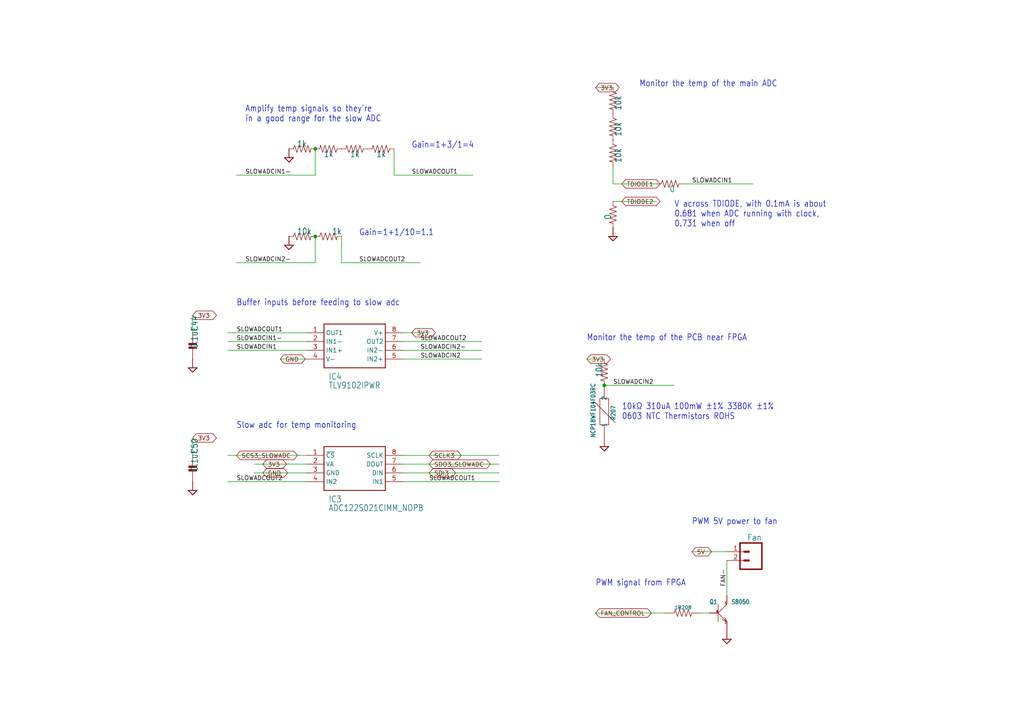
<source format=kicad_sch>
(kicad_sch (version 20231120) (generator "eeschema") (generator_version "8.0")
  (paper "A4")
  (lib_symbols
    (symbol "haasoscope_pro_adc_fpga_board-eagle-import:ADC122S021CIMM_NOPB"
      (property "Reference" "IC" (at 24.13 7.62 0))
      (symbol "ADC122S021CIMM_NOPB_1_0"
        (polyline (pts (xy 5.08 2.54) (xy 5.08 -10.16)) (stroke (width 0.254)))
        (polyline (pts (xy 5.08 2.54) (xy 22.86 2.54)) (stroke (width 0.254)))
        (polyline (pts (xy 22.86 -10.16) (xy 5.08 -10.16)) (stroke (width 0.254)))
        (polyline (pts (xy 22.86 -10.16) (xy 22.86 2.54)) (stroke (width 0.254)))
        (pin input line (at 0 0 0) (length 5.08) (name "~{CS}") (number "1"))
        (pin bidirectional line (at 0 -2.54 0) (length 5.08) (name "VA") (number "2"))
        (pin power_in line (at 0 -5.08 0) (length 5.08) (name "GND") (number "3"))
        (pin input line (at 0 -7.62 0) (length 5.08) (name "IN2") (number "4"))
        (pin input line (at 27.94 -7.62 180) (length 5.08) (name "IN1") (number "5"))
        (pin input line (at 27.94 -5.08 180) (length 5.08) (name "DIN") (number "6"))
        (pin output line (at 27.94 -2.54 180) (length 5.08) (name "DOUT") (number "7"))
        (pin input line (at 27.94 0 180) (length 5.08) (name "SCLK") (number "8"))
      )
    )
    (symbol "haasoscope_pro_adc_fpga_board-eagle-import:CAPACITOR0402_CAP"
      (property "Reference" "C" (at -1.27 -1.27 90))
      (symbol "CAPACITOR0402_CAP_1_0"
        (rectangle (start -1.143 -2.032) (end 1.143 -1.524) (fill (type outline)))
        (rectangle (start -1.143 -1.016) (end 1.143 -0.508) (fill (type outline)))
        (polyline (pts (xy 0 -5.08) (xy 0 -1.778)) (stroke (width 0.1524)))
        (polyline (pts (xy 0 2.54) (xy 0 -0.508)) (stroke (width 0.1524)))
        (pin bidirectional line (at 0 2.54 270) (length 0) (name "1") (number "1"))
        (pin bidirectional line (at 0 -5.08 90) (length 0) (name "2") (number "2"))
      )
    )
    (symbol "haasoscope_pro_adc_fpga_board-eagle-import:M02PTH"
      (property "Reference" "J" (at -2.54 5.842 0))
      (symbol "M02PTH_1_0"
        (polyline (pts (xy -2.54 5.08) (xy -2.54 -2.54)) (stroke (width 0.4064)))
        (polyline (pts (xy -2.54 5.08) (xy 3.81 5.08)) (stroke (width 0.4064)))
        (polyline (pts (xy 1.27 0) (xy 2.54 0)) (stroke (width 0.6096)))
        (polyline (pts (xy 1.27 2.54) (xy 2.54 2.54)) (stroke (width 0.6096)))
        (polyline (pts (xy 3.81 -2.54) (xy -2.54 -2.54)) (stroke (width 0.4064)))
        (polyline (pts (xy 3.81 -2.54) (xy 3.81 5.08)) (stroke (width 0.4064)))
        (pin passive line (at 7.62 0 180) (length 5.08) (name "1") (number "1"))
        (pin passive line (at 7.62 2.54 180) (length 5.08) (name "2") (number "2"))
      )
    )
    (symbol "haasoscope_pro_adc_fpga_board-eagle-import:MF_Passives_RESISTOR_0402"
      (property "Reference" "R" (at 2.54 1.524 0))
      (symbol "MF_Passives_RESISTOR_0402_1_0"
        (polyline (pts (xy -1.016 -2.286) (xy 0 -2.54)) (stroke (width 0.1524)))
        (polyline (pts (xy -1.016 -1.016) (xy 1.016 -1.651)) (stroke (width 0.1524)))
        (polyline (pts (xy -1.016 0.254) (xy 1.016 -0.381)) (stroke (width 0.1524)))
        (polyline (pts (xy -1.016 1.524) (xy 1.016 0.889)) (stroke (width 0.1524)))
        (polyline (pts (xy 0 2.54) (xy 1.016 2.159)) (stroke (width 0.1524)))
        (polyline (pts (xy 1.016 -1.651) (xy -1.016 -2.286)) (stroke (width 0.1524)))
        (polyline (pts (xy 1.016 -0.381) (xy -1.016 -1.016)) (stroke (width 0.1524)))
        (polyline (pts (xy 1.016 0.889) (xy -1.016 0.254)) (stroke (width 0.1524)))
        (polyline (pts (xy 1.016 2.159) (xy -1.016 1.524)) (stroke (width 0.1524)))
        (pin passive line (at 0 5.08 270) (length 2.54) (name "P$1") (number "P$1"))
        (pin passive line (at 0 -5.08 90) (length 2.54) (name "P$2") (number "P$2"))
      )
    )
    (symbol "haasoscope_pro_adc_fpga_board-eagle-import:RESISTOR0402_RES"
      (property "Reference" "R" (at -3.81 1.4986 0))
      (symbol "RESISTOR0402_RES_1_0"
        (polyline (pts (xy -5.08 0) (xy -3.81 0)) (stroke (width 0.127)))
        (polyline (pts (xy -3.81 0) (xy -3.429 1.016)) (stroke (width 0.1524)))
        (polyline (pts (xy -3.429 1.016) (xy -2.794 -1.016)) (stroke (width 0.1524)))
        (polyline (pts (xy -2.794 -1.016) (xy -2.159 1.016)) (stroke (width 0.1524)))
        (polyline (pts (xy -2.159 1.016) (xy -1.524 -1.016)) (stroke (width 0.1524)))
        (polyline (pts (xy -1.524 -1.016) (xy -0.889 1.016)) (stroke (width 0.1524)))
        (polyline (pts (xy -0.889 1.016) (xy -0.254 -1.016)) (stroke (width 0.1524)))
        (polyline (pts (xy -0.254 -1.016) (xy 0.381 1.016)) (stroke (width 0.1524)))
        (polyline (pts (xy 0.381 1.016) (xy 1.016 -1.016)) (stroke (width 0.1524)))
        (polyline (pts (xy 1.016 -1.016) (xy 1.27 0)) (stroke (width 0.1524)))
        (polyline (pts (xy 2.54 0) (xy 1.27 0)) (stroke (width 0.127)))
        (pin passive line (at -5.08 0 0) (length 0) (name "1") (number "1"))
        (pin passive line (at 2.54 0 180) (length 0) (name "2") (number "2"))
      )
    )
    (symbol "haasoscope_pro_adc_fpga_board-eagle-import:SMD-TRANSISTORS-NPN-25V-500MW-S8050(SOT-23)"
      (property "Reference" "Q" (at -2.54 2.54 0))
      (symbol "SMD-TRANSISTORS-NPN-25V-500MW-S8050(SOT-23)_1_0"
        (polyline (pts (xy 0 -2.54) (xy 0 0)) (stroke (width 0.1524)))
        (polyline (pts (xy 0 0) (xy 0 2.54)) (stroke (width 0.1524)))
        (polyline (pts (xy 0 0) (xy 2.54 -2.54)) (stroke (width 0.1524)))
        (polyline (pts (xy 0 0) (xy 2.54 2.54)) (stroke (width 0.1524)))
        (polyline (pts (xy 2.54 -2.54) (xy 1.27 -1.905)) (stroke (width 0.1524)))
        (polyline (pts (xy 2.54 -2.54) (xy 1.905 -1.27)) (stroke (width 0.1524)))
        (text "B" (at -0.635 0 0) (effects (font (size 0.635 0.5397)) (justify left bottom)))
        (text "C" (at 1.905 2.54 0) (effects (font (size 0.635 0.5397)) (justify left bottom)))
        (text "E" (at 1.905 -3.175 0) (effects (font (size 0.635 0.5397)) (justify left bottom)))
        (pin passive line (at -2.54 0 0) (length 2.54) (name "B") (number "1"))
        (pin passive line (at 2.54 -5.08 90) (length 2.54) (name "E") (number "2"))
        (pin passive line (at 2.54 5.08 270) (length 2.54) (name "C") (number "3"))
      )
    )
    (symbol "haasoscope_pro_adc_fpga_board-eagle-import:THERMISTOR-RES-NTC-100K(0603)"
      (property "Reference" "R" (at -6.35 2.54 0))
      (symbol "THERMISTOR-RES-NTC-100K(0603)_1_0"
        (polyline (pts (xy -5.08 0) (xy -3.81 0)) (stroke (width 0.1524)))
        (polyline (pts (xy -3.81 -1.27) (xy -3.81 0)) (stroke (width 0.1524)))
        (polyline (pts (xy -3.81 0) (xy -3.81 1.27)) (stroke (width 0.1524)))
        (polyline (pts (xy -3.81 1.27) (xy 3.81 1.27)) (stroke (width 0.1524)))
        (polyline (pts (xy 2.54 2.54) (xy -3.175 -3.175)) (stroke (width 0.1524)))
        (polyline (pts (xy 2.54 3.81) (xy 2.54 2.54)) (stroke (width 0.1524)))
        (polyline (pts (xy 3.81 -1.27) (xy -3.81 -1.27)) (stroke (width 0.1524)))
        (polyline (pts (xy 3.81 0) (xy 3.81 -1.27)) (stroke (width 0.1524)))
        (polyline (pts (xy 3.81 1.27) (xy 3.81 0)) (stroke (width 0.1524)))
        (polyline (pts (xy 5.08 0) (xy 3.81 0)) (stroke (width 0.1524)))
        (pin bidirectional line (at -7.62 0 0) (length 2.54) (name "1") (number "1"))
        (pin bidirectional line (at 7.62 0 180) (length 2.54) (name "2") (number "2"))
      )
    )
    (symbol "haasoscope_pro_adc_fpga_board-eagle-import:TLV9102IPWR"
      (property "Reference" "IC" (at 24.13 7.62 0))
      (symbol "TLV9102IPWR_1_0"
        (polyline (pts (xy 5.08 2.54) (xy 5.08 -10.16)) (stroke (width 0.254)))
        (polyline (pts (xy 5.08 2.54) (xy 22.86 2.54)) (stroke (width 0.254)))
        (polyline (pts (xy 22.86 -10.16) (xy 5.08 -10.16)) (stroke (width 0.254)))
        (polyline (pts (xy 22.86 -10.16) (xy 22.86 2.54)) (stroke (width 0.254)))
        (pin bidirectional line (at 0 0 0) (length 5.08) (name "OUT1") (number "1"))
        (pin bidirectional line (at 0 -2.54 0) (length 5.08) (name "IN1-") (number "2"))
        (pin bidirectional line (at 0 -5.08 0) (length 5.08) (name "IN1+") (number "3"))
        (pin bidirectional line (at 0 -7.62 0) (length 5.08) (name "V-") (number "4"))
        (pin bidirectional line (at 27.94 -7.62 180) (length 5.08) (name "IN2+") (number "5"))
        (pin bidirectional line (at 27.94 -5.08 180) (length 5.08) (name "IN2-") (number "6"))
        (pin bidirectional line (at 27.94 -2.54 180) (length 5.08) (name "OUT2") (number "7"))
        (pin bidirectional line (at 27.94 0 180) (length 5.08) (name "V+") (number "8"))
      )
    )
    (symbol "haasoscope_pro_adc_fpga_board-eagle-import:supply2_GND" (power)
      (symbol "supply2_GND_1_0"
        (polyline (pts (xy -1.27 0) (xy 1.27 0)) (stroke (width 0.254)))
        (polyline (pts (xy 0 -1.27) (xy -1.27 0)) (stroke (width 0.254)))
        (polyline (pts (xy 1.27 0) (xy 0 -1.27)) (stroke (width 0.254)))
        (pin power_in line (at 0 2.54 270) (length 2.54) (name "GND") (number "1"))
      )
    )
  )
  (junction (at 91.44 68.58))
  (junction (at 175.26 111.76))
  (junction (at 91.44 43.18))
  (wire (pts (xy 139.7 104.14) (xy 116.84 104.14)) (stroke (width 0.1524)))
  (wire (pts (xy 203.2 177.8) (xy 205.74 177.8)) (stroke (width 0.1524)))
  (wire (pts (xy 116.84 99.06) (xy 139.7 99.06)) (stroke (width 0.1524)))
  (wire (pts (xy 88.9 137.16) (xy 73.66 137.16)) (stroke (width 0.1524)))
  (wire (pts (xy 172.72 25.4) (xy 177.8 25.4)) (stroke (width 0.1524)))
  (wire (pts (xy 177.8 58.42) (xy 190.5 58.42)) (stroke (width 0.1524)))
  (wire (pts (xy 210.82 160.02) (xy 200.66 160.02)) (stroke (width 0.1524)))
  (wire (pts (xy 114.3 50.8) (xy 137.16 50.8)) (stroke (width 0.1524)))
  (wire (pts (xy 88.9 134.62) (xy 73.66 134.62)) (stroke (width 0.1524)))
  (wire (pts (xy 198.12 53.34) (xy 218.44 53.34)) (stroke (width 0.1524)))
  (wire (pts (xy 210.82 162.56) (xy 210.82 172.72)) (stroke (width 0.1524)))
  (wire (pts (xy 175.26 104.14) (xy 170.18 104.14)) (stroke (width 0.1524)))
  (wire (pts (xy 91.44 50.8) (xy 68.58 50.8)) (stroke (width 0.1524)))
  (wire (pts (xy 177.8 53.34) (xy 190.5 53.34)) (stroke (width 0.1524)))
  (wire (pts (xy 91.44 68.58) (xy 91.44 76.2)) (stroke (width 0.1524)))
  (wire (pts (xy 91.44 43.18) (xy 91.44 50.8)) (stroke (width 0.1524)))
  (wire (pts (xy 116.84 139.7) (xy 144.78 139.7)) (stroke (width 0.1524)))
  (wire (pts (xy 114.3 50.8) (xy 114.3 43.18)) (stroke (width 0.1524)))
  (wire (pts (xy 88.9 99.06) (xy 66.04 99.06)) (stroke (width 0.1524)))
  (wire (pts (xy 88.9 132.08) (xy 66.04 132.08)) (stroke (width 0.1524)))
  (wire (pts (xy 55.88 132.08) (xy 55.88 127)) (stroke (width 0.1524)))
  (wire (pts (xy 88.9 101.6) (xy 66.04 101.6)) (stroke (width 0.1524)))
  (wire (pts (xy 99.06 68.58) (xy 99.06 76.2)) (stroke (width 0.1524)))
  (wire (pts (xy 91.44 76.2) (xy 68.58 76.2)) (stroke (width 0.1524)))
  (wire (pts (xy 88.9 104.14) (xy 81.28 104.14)) (stroke (width 0.1524)))
  (wire (pts (xy 116.84 132.08) (xy 144.78 132.08)) (stroke (width 0.1524)))
  (wire (pts (xy 88.9 96.52) (xy 66.04 96.52)) (stroke (width 0.1524)))
  (wire (pts (xy 177.8 53.34) (xy 177.8 48.26)) (stroke (width 0.1524)))
  (wire (pts (xy 124.46 96.52) (xy 116.84 96.52)) (stroke (width 0.1524)))
  (wire (pts (xy 116.84 137.16) (xy 144.78 137.16)) (stroke (width 0.1524)))
  (wire (pts (xy 88.9 139.7) (xy 66.04 139.7)) (stroke (width 0.1524)))
  (wire (pts (xy 116.84 101.6) (xy 139.7 101.6)) (stroke (width 0.1524)))
  (wire (pts (xy 175.26 111.76) (xy 195.58 111.76)) (stroke (width 0.1524)))
  (wire (pts (xy 99.06 76.2) (xy 121.92 76.2)) (stroke (width 0.1524)))
  (wire (pts (xy 116.84 134.62) (xy 144.78 134.62)) (stroke (width 0.1524)))
  (wire (pts (xy 55.88 96.52) (xy 55.88 91.44)) (stroke (width 0.1524)))
  (wire (pts (xy 193.04 177.8) (xy 172.72 177.8)) (stroke (width 0.1524)))
  (text "V across TDIODE, with 0.1mA is about\n0.681 when ADC running with clock,\n0.731 when off" (at 195.58 66.04 0) (effects (font (size 1.778 1.5113)) (justify left bottom)))
  (text "Slow adc for temp monitoring" (at 68.58 124.46 0) (effects (font (size 1.778 1.5113)) (justify left bottom)))
  (text "Monitor the temp of the PCB near FPGA" (at 170.18 99.06 0) (effects (font (size 1.778 1.5113)) (justify left bottom)))
  (text "PWM signal from FPGA" (at 172.72 170.18 0) (effects (font (size 1.778 1.5113)) (justify left bottom)))
  (text "Buffer inputs before feeding to slow adc" (at 68.58 88.9 0) (effects (font (size 1.778 1.5113)) (justify left bottom)))
  (text "10kΩ 310uA 100mW ±1% 3380K ±1%\n0603 NTC Thermistors ROHS" (at 180.34 121.92 0) (effects (font (size 1.778 1.5113)) (justify left bottom)))
  (text "Monitor the temp of the main ADC" (at 185.42 25.4 0) (effects (font (size 1.778 1.5113)) (justify left bottom)))
  (text "PWM 5V power to fan" (at 200.66 152.4 0) (effects (font (size 1.778 1.5113)) (justify left bottom)))
  (text "Gain=1+3/1=4" (at 119.38 43.18 0) (effects (font (size 1.778 1.5113)) (justify left bottom)))
  (text "Gain=1+1/10=1.1" (at 104.14 68.58 0) (effects (font (size 1.778 1.5113)) (justify left bottom)))
  (text "Amplify temp signals so they're\nin a good range for the slow ADC" (at 71.12 35.56 0) (effects (font (size 1.778 1.5113)) (justify left bottom)))
  (label "SLOWADCIN2" (at 121.92 104.14 0) (effects (font (size 1.2446 1.2446))))
  (label "SLOWADCIN1" (at 200.66 53.34 0) (effects (font (size 1.2446 1.2446))))
  (label "SLOWADCOUT2" (at 121.92 99.06 0) (effects (font (size 1.2446 1.2446))))
  (label "SLOWADCOUT1" (at 68.58 96.52 0) (effects (font (size 1.2446 1.2446))))
  (label "SLOWADCIN1-" (at 68.58 99.06 0) (effects (font (size 1.2446 1.2446))))
  (label "SLOWADCIN2-" (at 71.12 76.2 0) (effects (font (size 1.2446 1.2446))))
  (label "SLOWADCOUT2" (at 68.58 139.7 0) (effects (font (size 1.2446 1.2446))))
  (label "SLOWADCIN1-" (at 71.12 50.8 0) (effects (font (size 1.2446 1.2446))))
  (label "SLOWADCIN2" (at 177.8 111.76 0) (effects (font (size 1.2446 1.2446))))
  (label "SLOWADCIN2-" (at 121.92 101.6 0) (effects (font (size 1.2446 1.2446))))
  (label "SLOWADCOUT1" (at 119.38 50.8 0) (effects (font (size 1.2446 1.2446))))
  (label "FAN-" (at 210.82 170.18 90) (effects (font (size 1.2446 1.2446))))
  (label "SLOWADCIN1" (at 68.58 101.6 0) (effects (font (size 1.2446 1.2446))))
  (label "SLOWADCOUT2" (at 104.14 76.2 0) (effects (font (size 1.2446 1.2446))))
  (label "SLOWADCOUT1" (at 124.46 139.7 0) (effects (font (size 1.2446 1.2446))))
  (global_label "TDIODE2" (shape bidirectional) (at 180.34 58.42 0) (effects (font (size 1.2446 1.2446))) (property "Intersheetrefs" "${INTERSHEET_REFS}" (effects (hide yes))))
  (global_label "3V3" (shape bidirectional) (at 55.88 127 0) (effects (font (size 1.2446 1.2446))) (property "Intersheetrefs" "${INTERSHEET_REFS}" (effects (hide yes))))
  (global_label "3V3" (shape bidirectional) (at 119.38 96.52 0) (effects (font (size 1.2446 1.2446))) (property "Intersheetrefs" "${INTERSHEET_REFS}" (effects (hide yes))))
  (global_label "3V3" (shape bidirectional) (at 76.2 134.62 0) (effects (font (size 1.2446 1.2446))) (property "Intersheetrefs" "${INTERSHEET_REFS}" (effects (hide yes))))
  (global_label "3V3" (shape bidirectional) (at 170.18 104.14 0) (effects (font (size 1.2446 1.2446))) (property "Intersheetrefs" "${INTERSHEET_REFS}" (effects (hide yes))))
  (global_label "5V" (shape bidirectional) (at 200.66 160.02 0) (effects (font (size 1.2446 1.2446))) (property "Intersheetrefs" "${INTERSHEET_REFS}" (effects (hide yes))))
  (global_label "TDIODE1" (shape bidirectional) (at 180.34 53.34 0) (effects (font (size 1.2446 1.2446))) (property "Intersheetrefs" "${INTERSHEET_REFS}" (effects (hide yes))))
  (global_label "SCS3_SLOWADC" (shape bidirectional) (at 68.58 132.08 0) (effects (font (size 1.2446 1.2446))) (property "Intersheetrefs" "${INTERSHEET_REFS}" (effects (hide yes))))
  (global_label "GND" (shape bidirectional) (at 76.2 137.16 0) (effects (font (size 1.2446 1.2446))) (property "Intersheetrefs" "${INTERSHEET_REFS}" (effects (hide yes))))
  (global_label "SCLK3" (shape bidirectional) (at 124.46 132.08 0) (effects (font (size 1.2446 1.2446))) (property "Intersheetrefs" "${INTERSHEET_REFS}" (effects (hide yes))))
  (global_label "3V3" (shape bidirectional) (at 172.72 25.4 0) (effects (font (size 1.2446 1.2446))) (property "Intersheetrefs" "${INTERSHEET_REFS}" (effects (hide yes))))
  (global_label "FAN_CONTROL" (shape bidirectional) (at 172.72 177.8 0) (effects (font (size 1.2446 1.2446))) (property "Intersheetrefs" "${INTERSHEET_REFS}" (effects (hide yes))))
  (global_label "SDO3_SLOWADC" (shape bidirectional) (at 124.46 134.62 0) (effects (font (size 1.2446 1.2446))) (property "Intersheetrefs" "${INTERSHEET_REFS}" (effects (hide yes))))
  (global_label "SDI3" (shape bidirectional) (at 124.46 137.16 0) (effects (font (size 1.2446 1.2446))) (property "Intersheetrefs" "${INTERSHEET_REFS}" (effects (hide yes))))
  (global_label "3V3" (shape bidirectional) (at 55.88 91.44 0) (effects (font (size 1.2446 1.2446))) (property "Intersheetrefs" "${INTERSHEET_REFS}" (effects (hide yes))))
  (global_label "GND" (shape bidirectional) (at 81.28 104.14 0) (effects (font (size 1.2446 1.2446))) (property "Intersheetrefs" "${INTERSHEET_REFS}" (effects (hide yes))))
  (symbol (lib_id "haasoscope_pro_adc_fpga_board-eagle-import:RESISTOR0402_RES") (at 195.58 53.34 0) (unit 1)
    (property "Reference" "R129" (effects (hide yes)))
    (property "Value" "0" (at 195.834 53.848 0) (effects (font (size 1.778 1.5113)) (justify right top)))
    (property "Footprint" "haasoscope_pro_adc_fpga_board:0402_RES" (effects (hide yes)))
  )
  (symbol (lib_id "haasoscope_pro_adc_fpga_board-eagle-import:RESISTOR0402_RES") (at 177.8 63.5 270) (unit 1)
    (property "Reference" "R128" (effects (hide yes)))
    (property "Value" "0" (at 177.292 63.754 0) (effects (font (size 1.778 1.5113)) (justify right top)))
    (property "Footprint" "haasoscope_pro_adc_fpga_board:0402_RES" (effects (hide yes)))
  )
  (symbol (lib_id "haasoscope_pro_adc_fpga_board-eagle-import:ADC122S021CIMM_NOPB") (at 88.9 132.08 0) (unit 1)
    (property "Reference" "IC3" (at 95.25 144.78 0) (effects (font (size 1.778 1.5113)) (justify left)))
    (property "Value" "ADC122S021CIMM_NOPB" (at 95.25 147.32 0) (effects (font (size 1.778 1.5113)) (justify left)))
    (property "Footprint" "haasoscope_pro_adc_fpga_board:SOP65P490X110-8N" (effects (hide yes)))
  )
  (symbol (lib_id "haasoscope_pro_adc_fpga_board-eagle-import:M02PTH") (at 218.44 160.02 180) (unit 1)
    (property "Reference" "JST_FAN0" (effects (hide yes)))
    (property "Value" "Fan" (at 220.98 154.94 0) (effects (font (size 1.778 1.5113)) (justify left bottom)))
    (property "Footprint" "haasoscope_pro_adc_fpga_board:1X02" (effects (hide yes)))
  )
  (symbol (lib_id "haasoscope_pro_adc_fpga_board-eagle-import:RESISTOR0402_RES") (at 175.26 109.22 270) (unit 1)
    (property "Reference" "R130" (effects (hide yes)))
    (property "Value" "10k" (at 174.752 109.474 0) (effects (font (size 1.778 1.5113)) (justify right top)))
    (property "Footprint" "haasoscope_pro_adc_fpga_board:0402_RES" (effects (hide yes)))
  )
  (symbol (lib_id "haasoscope_pro_adc_fpga_board-eagle-import:RESISTOR0402_RES") (at 177.8 30.48 270) (unit 1)
    (property "Reference" "R127" (effects (hide yes)))
    (property "Value" "10k" (at 178.308 27.686 0) (effects (font (size 1.778 1.5113)) (justify left bottom)))
    (property "Footprint" "haasoscope_pro_adc_fpga_board:0402_RES" (effects (hide yes)))
  )
  (symbol (lib_id "haasoscope_pro_adc_fpga_board-eagle-import:supply2_GND") (at 55.88 106.68 0) (unit 1)
    (property "Reference" "#SUPPLY061" (effects (hide yes)))
    (property "Value" "GND" (effects (hide yes)))
  )
  (symbol (lib_id "haasoscope_pro_adc_fpga_board-eagle-import:RESISTOR0402_RES") (at 177.8 45.72 270) (unit 1)
    (property "Reference" "R198" (effects (hide yes)))
    (property "Value" "10k" (at 178.308 42.926 0) (effects (font (size 1.778 1.5113)) (justify left bottom)))
    (property "Footprint" "haasoscope_pro_adc_fpga_board:0402_RES" (effects (hide yes)))
  )
  (symbol (lib_id "haasoscope_pro_adc_fpga_board-eagle-import:supply2_GND") (at 177.8 68.58 0) (unit 1)
    (property "Reference" "#SUPPLY01" (effects (hide yes)))
    (property "Value" "GND" (effects (hide yes)))
  )
  (symbol (lib_id "haasoscope_pro_adc_fpga_board-eagle-import:THERMISTOR-RES-NTC-100K(0603)") (at 175.26 119.38 90) (unit 1)
    (property "Reference" "R207" (at 178.562 121.92 0) (effects (font (size 1.27 1.0795)) (justify left bottom)))
    (property "Value" "NCP18WF104F03RC" (at 172.72 127 0) (effects (font (size 1.27 1.0795)) (justify left bottom)))
    (property "Footprint" "haasoscope_pro_adc_fpga_board:R0603" (effects (hide yes)))
    (property "LCSC" "C13564" (effects (hide yes)))
    (property "MPN" "NCP18XH103F03RB" (effects (hide yes)))
  )
  (symbol (lib_id "haasoscope_pro_adc_fpga_board-eagle-import:supply2_GND") (at 175.26 129.54 0) (unit 1)
    (property "Reference" "#SUPPLY07" (effects (hide yes)))
    (property "Value" "GND" (effects (hide yes)))
  )
  (symbol (lib_id "haasoscope_pro_adc_fpga_board-eagle-import:supply2_GND") (at 55.88 142.24 0) (unit 1)
    (property "Reference" "#SUPPLY04" (effects (hide yes)))
    (property "Value" "GND" (effects (hide yes)))
  )
  (symbol (lib_id "haasoscope_pro_adc_fpga_board-eagle-import:supply2_GND") (at 83.82 71.12 0) (unit 1)
    (property "Reference" "#SUPPLY03" (effects (hide yes)))
    (property "Value" "GND" (effects (hide yes)))
  )
  (symbol (lib_id "haasoscope_pro_adc_fpga_board-eagle-import:MF_Passives_RESISTOR_0402") (at 198.12 177.8 270) (unit 1)
    (property "Reference" "R208" (at 200.66 176.784 90) (effects (font (size 1.016 1.016)) (justify right bottom)))
    (property "Value" "1k" (at 195.58 176.784 90) (effects (font (size 1.016 1.016)) (justify left bottom)))
    (property "Footprint" "haasoscope_pro_adc_fpga_board:R0402" (effects (hide yes)))
  )
  (symbol (lib_id "haasoscope_pro_adc_fpga_board-eagle-import:RESISTOR0402_RES") (at 177.8 38.1 270) (unit 1)
    (property "Reference" "R186" (effects (hide yes)))
    (property "Value" "10k" (at 178.308 35.306 0) (effects (font (size 1.778 1.5113)) (justify left bottom)))
    (property "Footprint" "haasoscope_pro_adc_fpga_board:0402_RES" (effects (hide yes)))
  )
  (symbol (lib_id "haasoscope_pro_adc_fpga_board-eagle-import:RESISTOR0402_RES") (at 109.22 43.18 180) (unit 1)
    (property "Reference" "R122" (effects (hide yes)))
    (property "Value" "1k" (at 112.014 43.688 0) (effects (font (size 1.778 1.5113)) (justify left bottom)))
    (property "Footprint" "haasoscope_pro_adc_fpga_board:0402_RES" (effects (hide yes)))
  )
  (symbol (lib_id "haasoscope_pro_adc_fpga_board-eagle-import:SMD-TRANSISTORS-NPN-25V-500MW-S8050(SOT-23)") (at 208.28 177.8 0) (unit 1)
    (property "Reference" "Q1" (at 205.74 175.26 0) (effects (font (size 1.27 1.0795)) (justify left bottom)))
    (property "Value" "S8050" (at 212.09 175.26 0) (effects (font (size 1.27 1.0795)) (justify left bottom)))
    (property "Footprint" "haasoscope_pro_adc_fpga_board:SOT-23" (effects (hide yes)))
    (property "LCSC" "C7420370" (effects (hide yes)))
  )
  (symbol (lib_id "haasoscope_pro_adc_fpga_board-eagle-import:TLV9102IPWR") (at 88.9 96.52 0) (unit 1)
    (property "Reference" "IC4" (at 95.25 109.22 0) (effects (font (size 1.778 1.5113)) (justify left)))
    (property "Value" "TLV9102IPWR" (at 95.25 111.76 0) (effects (font (size 1.778 1.5113)) (justify left)))
    (property "Footprint" "haasoscope_pro_adc_fpga_board:SOP65P640X120-8N" (effects (hide yes)))
  )
  (symbol (lib_id "haasoscope_pro_adc_fpga_board-eagle-import:RESISTOR0402_RES") (at 93.98 43.18 180) (unit 1)
    (property "Reference" "R203" (effects (hide yes)))
    (property "Value" "1k" (at 96.774 43.688 0) (effects (font (size 1.778 1.5113)) (justify left bottom)))
    (property "Footprint" "haasoscope_pro_adc_fpga_board:0402_RES" (effects (hide yes)))
  )
  (symbol (lib_id "haasoscope_pro_adc_fpga_board-eagle-import:RESISTOR0402_RES") (at 88.9 68.58 0) (unit 1)
    (property "Reference" "R125" (effects (hide yes)))
    (property "Value" "10k" (at 86.106 68.072 0) (effects (font (size 1.778 1.5113)) (justify left bottom)))
    (property "Footprint" "haasoscope_pro_adc_fpga_board:0402_RES" (effects (hide yes)))
  )
  (symbol (lib_id "haasoscope_pro_adc_fpga_board-eagle-import:CAPACITOR0402_CAP") (at 55.88 134.62 0) (unit 1)
    (property "Reference" "C50" (at 57.404 131.699 90) (effects (font (size 1.778 1.5113)) (justify left bottom)))
    (property "Value" "0.1uF" (at 57.404 136.779 90) (effects (font (size 1.778 1.5113)) (justify left bottom)))
    (property "Footprint" "haasoscope_pro_adc_fpga_board:0402_CAP" (effects (hide yes)))
  )
  (symbol (lib_id "haasoscope_pro_adc_fpga_board-eagle-import:CAPACITOR0402_CAP") (at 55.88 99.06 0) (unit 1)
    (property "Reference" "C44" (at 57.404 96.139 90) (effects (font (size 1.778 1.5113)) (justify left bottom)))
    (property "Value" "0.1uF" (at 57.404 101.219 90) (effects (font (size 1.778 1.5113)) (justify left bottom)))
    (property "Footprint" "haasoscope_pro_adc_fpga_board:0402_CAP" (effects (hide yes)))
  )
  (symbol (lib_id "haasoscope_pro_adc_fpga_board-eagle-import:RESISTOR0402_RES") (at 88.9 43.18 0) (unit 1)
    (property "Reference" "R124" (effects (hide yes)))
    (property "Value" "1k" (at 86.106 42.672 0) (effects (font (size 1.778 1.5113)) (justify left bottom)))
    (property "Footprint" "haasoscope_pro_adc_fpga_board:0402_RES" (effects (hide yes)))
  )
  (symbol (lib_id "haasoscope_pro_adc_fpga_board-eagle-import:supply2_GND") (at 210.82 185.42 0) (unit 1)
    (property "Reference" "#SUPPLY08" (effects (hide yes)))
    (property "Value" "GND" (effects (hide yes)))
  )
  (symbol (lib_id "haasoscope_pro_adc_fpga_board-eagle-import:RESISTOR0402_RES") (at 96.52 68.58 0) (unit 1)
    (property "Reference" "R126" (effects (hide yes)))
    (property "Value" "1k" (at 96.266 68.072 0) (effects (font (size 1.778 1.5113)) (justify left bottom)))
    (property "Footprint" "haasoscope_pro_adc_fpga_board:0402_RES" (effects (hide yes)))
  )
  (symbol (lib_id "haasoscope_pro_adc_fpga_board-eagle-import:supply2_GND") (at 83.82 45.72 0) (unit 1)
    (property "Reference" "#SUPPLY02" (effects (hide yes)))
    (property "Value" "GND" (effects (hide yes)))
  )
  (symbol (lib_id "haasoscope_pro_adc_fpga_board-eagle-import:RESISTOR0402_RES") (at 101.6 43.18 180) (unit 1)
    (property "Reference" "R202" (effects (hide yes)))
    (property "Value" "1k" (at 104.394 43.688 0) (effects (font (size 1.778 1.5113)) (justify left bottom)))
    (property "Footprint" "haasoscope_pro_adc_fpga_board:0402_RES" (effects (hide yes)))
  )
)
</source>
